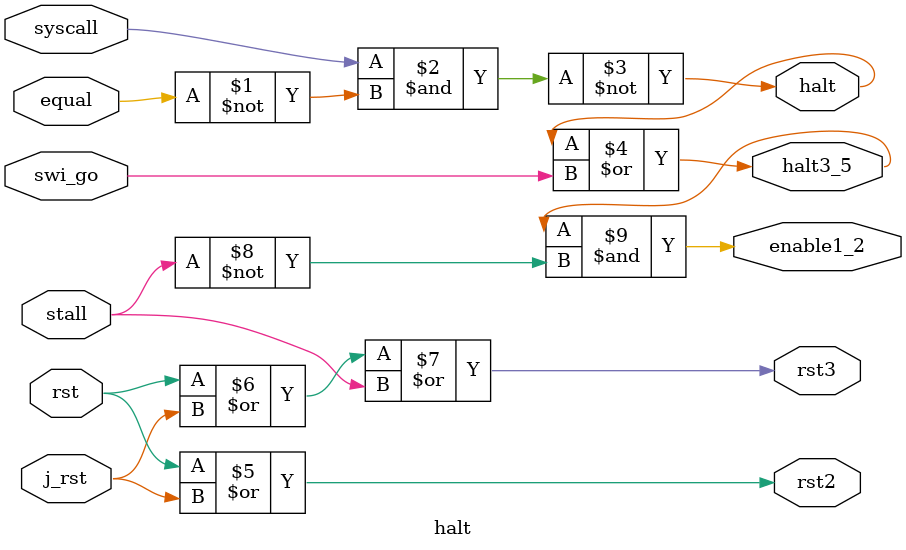
<source format=v>
module halt(
	rst,halt,swi_go,
	stall,j_rst,
    syscall,equal,
    enable1_2,rst2,rst3,halt3_5
    );
	input rst,swi_go;
	input stall,j_rst,syscall;
	input equal;
	output halt,halt3_5;
	output enable1_2,rst2,rst3;
	//assign halt = ~(syscall & equal );
	assign halt = (~(syscall & ~equal ));
	assign halt3_5 = halt | swi_go;
	assign rst2 = rst | j_rst;
	assign rst3 = rst | j_rst | stall;
	assign enable1_2 = halt3_5 & (~stall);
endmodule

</source>
